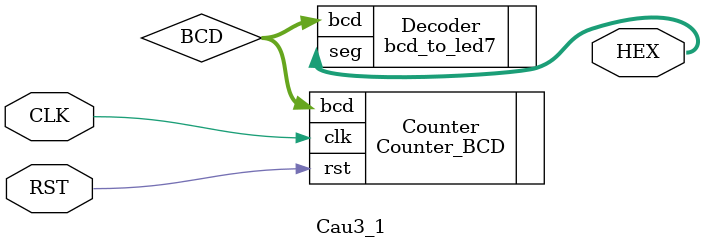
<source format=v>
module Cau3_1(
	input CLK,RST,
	output [6:0] HEX
); 
	wire [3:0] BCD;
	Counter_BCD Counter(.clk(CLK),.rst(RST),.bcd(BCD));
	bcd_to_led7 Decoder(.bcd(BCD),.seg(HEX));
endmodule
	
	

</source>
